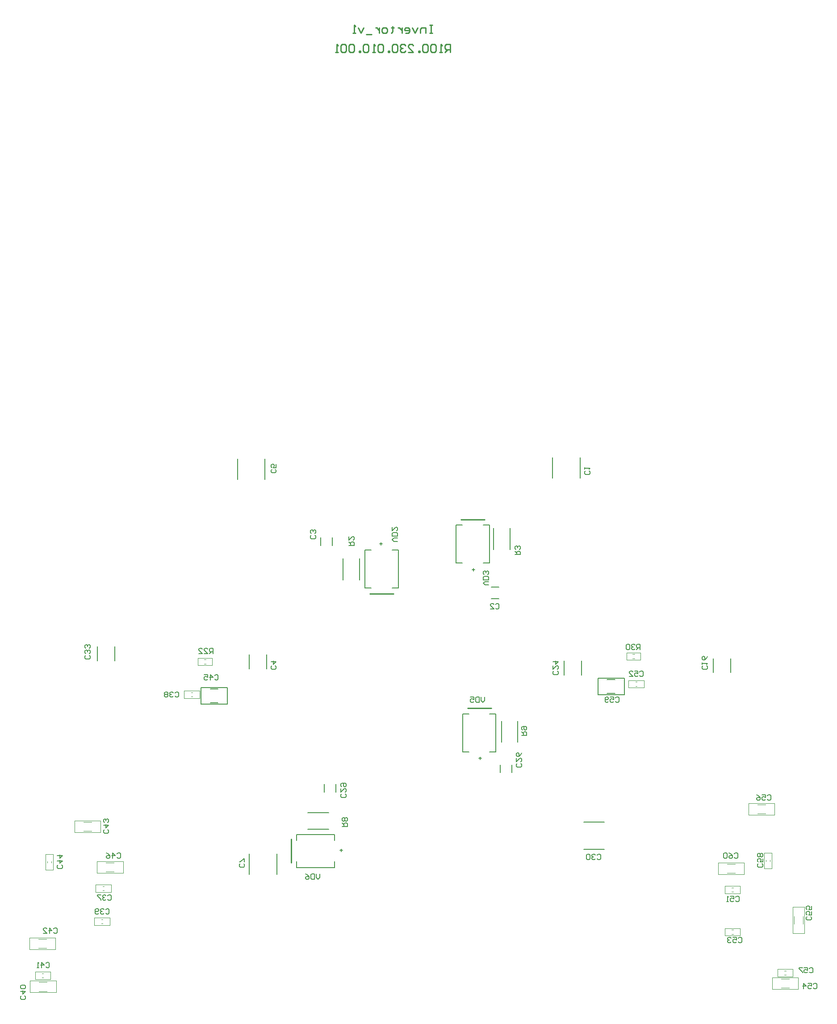
<source format=gbo>
G04 Layer_Color=32896*
%FSLAX24Y24*%
%MOIN*%
G70*
G01*
G75*
%ADD59C,0.0098*%
%ADD60C,0.0050*%
%ADD62C,0.0100*%
%ADD63C,0.0079*%
%ADD64C,0.0039*%
%ADD66C,0.0060*%
%ADD68C,0.0059*%
D59*
X32111Y77210D02*
X31914D01*
X32013D01*
Y76620D01*
X32111D01*
X31914D01*
X31619D02*
Y77013D01*
X31324D01*
X31225Y76915D01*
Y76620D01*
X31029Y77013D02*
X30832Y76620D01*
X30635Y77013D01*
X30143Y76620D02*
X30340D01*
X30438Y76718D01*
Y76915D01*
X30340Y77013D01*
X30143D01*
X30045Y76915D01*
Y76817D01*
X30438D01*
X29848Y77013D02*
Y76620D01*
Y76817D01*
X29749Y76915D01*
X29651Y77013D01*
X29553D01*
X29159Y77112D02*
Y77013D01*
X29258D01*
X29061D01*
X29159D01*
Y76718D01*
X29061Y76620D01*
X28667D02*
X28470D01*
X28372Y76718D01*
Y76915D01*
X28470Y77013D01*
X28667D01*
X28766Y76915D01*
Y76718D01*
X28667Y76620D01*
X28175Y77013D02*
Y76620D01*
Y76817D01*
X28077Y76915D01*
X27978Y77013D01*
X27880D01*
X27585Y76521D02*
X27191D01*
X26994Y77013D02*
X26798Y76620D01*
X26601Y77013D01*
X26404Y76620D02*
X26207D01*
X26306D01*
Y77210D01*
X26404Y77112D01*
X33465Y75177D02*
Y75768D01*
X33169D01*
X33071Y75669D01*
Y75472D01*
X33169Y75374D01*
X33465D01*
X33268D02*
X33071Y75177D01*
X32874D02*
X32677D01*
X32776D01*
Y75768D01*
X32874Y75669D01*
X32382D02*
X32284Y75768D01*
X32087D01*
X31989Y75669D01*
Y75276D01*
X32087Y75177D01*
X32284D01*
X32382Y75276D01*
Y75669D01*
X31792D02*
X31693Y75768D01*
X31497D01*
X31398Y75669D01*
Y75276D01*
X31497Y75177D01*
X31693D01*
X31792Y75276D01*
Y75669D01*
X31202Y75177D02*
Y75276D01*
X31103D01*
Y75177D01*
X31202D01*
X30316D02*
X30710D01*
X30316Y75571D01*
Y75669D01*
X30414Y75768D01*
X30611D01*
X30710Y75669D01*
X30119D02*
X30021Y75768D01*
X29824D01*
X29726Y75669D01*
Y75571D01*
X29824Y75472D01*
X29922D01*
X29824D01*
X29726Y75374D01*
Y75276D01*
X29824Y75177D01*
X30021D01*
X30119Y75276D01*
X29529Y75669D02*
X29430Y75768D01*
X29234D01*
X29135Y75669D01*
Y75276D01*
X29234Y75177D01*
X29430D01*
X29529Y75276D01*
Y75669D01*
X28938Y75177D02*
Y75276D01*
X28840D01*
Y75177D01*
X28938D01*
X28447Y75669D02*
X28348Y75768D01*
X28151D01*
X28053Y75669D01*
Y75276D01*
X28151Y75177D01*
X28348D01*
X28447Y75276D01*
Y75669D01*
X27856Y75177D02*
X27659D01*
X27758D01*
Y75768D01*
X27856Y75669D01*
X27364D02*
X27266Y75768D01*
X27069D01*
X26971Y75669D01*
Y75276D01*
X27069Y75177D01*
X27266D01*
X27364Y75276D01*
Y75669D01*
X26774Y75177D02*
Y75276D01*
X26675D01*
Y75177D01*
X26774D01*
X26282Y75669D02*
X26183Y75768D01*
X25987D01*
X25888Y75669D01*
Y75276D01*
X25987Y75177D01*
X26183D01*
X26282Y75276D01*
Y75669D01*
X25691D02*
X25593Y75768D01*
X25396D01*
X25298Y75669D01*
Y75276D01*
X25396Y75177D01*
X25593D01*
X25691Y75276D01*
Y75669D01*
X25101Y75177D02*
X24904D01*
X25003D01*
Y75768D01*
X25101Y75669D01*
D60*
X44498Y27234D02*
Y28465D01*
X46447D01*
Y27234D02*
Y28465D01*
X44498Y27234D02*
X46447D01*
X16821Y26555D02*
Y27785D01*
X14872Y26555D02*
X16821D01*
X14872D02*
Y27785D01*
X16821D01*
D62*
X21585Y14703D02*
Y16475D01*
X34744Y26250D02*
X36516D01*
X34252Y40325D02*
X36024D01*
X27461Y34774D02*
X29232D01*
D63*
X37278Y23720D02*
Y25295D01*
X38510Y23720D02*
Y25295D01*
X22835Y17199D02*
X24409D01*
X22835Y18431D02*
X24409D01*
X36687Y38091D02*
Y39665D01*
X37919Y38091D02*
Y39665D01*
X26699Y35827D02*
Y37402D01*
X25467Y35827D02*
Y37402D01*
X43425Y17756D02*
X44961D01*
X43425Y15709D02*
X44961D01*
X43150Y43425D02*
Y44961D01*
X41102Y43425D02*
Y44961D01*
X19626Y43327D02*
Y44862D01*
X17579Y43327D02*
Y44862D01*
X20512Y13848D02*
Y15384D01*
X18465Y13848D02*
Y15384D01*
X43268Y28701D02*
Y29764D01*
X41968Y28701D02*
Y29764D01*
X54390Y28898D02*
Y29961D01*
X53091Y28898D02*
Y29961D01*
X19744Y29193D02*
Y30256D01*
X18445Y29193D02*
Y30256D01*
X8425Y29783D02*
Y30846D01*
X7126Y29783D02*
Y30846D01*
X24941Y19980D02*
Y20571D01*
X24075Y19980D02*
Y20571D01*
X37187Y21435D02*
Y22026D01*
X38053Y21435D02*
Y22026D01*
X23780Y38376D02*
Y38967D01*
X24646Y38376D02*
Y38967D01*
X36516Y34409D02*
X37106D01*
X36516Y35276D02*
X37106D01*
X45177Y27343D02*
X45768D01*
X45177Y28366D02*
X45768D01*
X15551Y27677D02*
X16142D01*
X15551Y26654D02*
X16142D01*
X22008Y16829D02*
X24843D01*
X22008Y14349D02*
X24843D01*
Y16366D02*
Y16829D01*
X22008Y16366D02*
Y16829D01*
X24843Y14349D02*
Y14811D01*
X22008Y14349D02*
Y14811D01*
X36870Y22992D02*
Y25827D01*
X34390Y22992D02*
Y25827D01*
X36407Y22992D02*
X36870D01*
X36407Y25827D02*
X36870D01*
X34390Y22992D02*
X34852D01*
X34390Y25827D02*
X34852D01*
X36378Y37067D02*
Y39902D01*
X33898Y37067D02*
Y39902D01*
X35915Y37067D02*
X36378D01*
X35915Y39902D02*
X36378D01*
X33898Y37067D02*
X34360D01*
X33898Y39902D02*
X34360D01*
X27106Y35197D02*
Y38031D01*
X29587Y35197D02*
Y38031D01*
X27106D02*
X27569D01*
X27106Y35197D02*
X27569D01*
X29124Y38031D02*
X29587D01*
X29124Y35197D02*
X29587D01*
D64*
X15079Y29892D02*
X15118D01*
X15197D02*
X15236D01*
X15079Y29557D02*
X15236D01*
X15118Y29892D02*
X15197D01*
X15679Y29459D02*
Y29990D01*
X14636Y29459D02*
X15679D01*
X14636D02*
Y29990D01*
X15679D01*
X47067Y30285D02*
X47106D01*
X47185D02*
X47224D01*
X47067Y29951D02*
X47224D01*
X47106Y30285D02*
X47185D01*
X47667Y29852D02*
Y30384D01*
X46624Y29852D02*
X47667D01*
X46624D02*
Y30384D01*
X47667D01*
X2096Y5031D02*
X4045D01*
Y5897D01*
X2096D02*
X4045D01*
X2096Y5031D02*
Y5897D01*
X2776Y5798D02*
X3366D01*
X2776Y5129D02*
X3366D01*
X2057Y8259D02*
X4006D01*
Y9125D01*
X2057D02*
X4006D01*
X2057Y8259D02*
Y9125D01*
X2736Y9027D02*
X3327D01*
X2736Y8357D02*
X3327D01*
X7096Y14803D02*
X9045D01*
X7096Y13937D02*
Y14803D01*
Y13937D02*
X9045D01*
Y14803D01*
X7776Y14035D02*
X8366D01*
X7776Y14705D02*
X8366D01*
X57490Y6142D02*
X59439D01*
X57490Y5276D02*
Y6142D01*
Y5276D02*
X59439D01*
Y6142D01*
X58169Y5374D02*
X58760D01*
X58169Y6043D02*
X58760D01*
X59016Y9459D02*
Y11407D01*
Y9459D02*
X59882D01*
Y11407D01*
X59016D02*
X59882D01*
X59783Y10138D02*
Y10728D01*
X59114Y10138D02*
Y10728D01*
X55718Y19134D02*
X57667D01*
X55718Y18268D02*
Y19134D01*
Y18268D02*
X57667D01*
Y19134D01*
X56398Y18366D02*
X56988D01*
X56398Y19035D02*
X56988D01*
X53455Y14705D02*
X55404D01*
X53455Y13839D02*
Y14705D01*
Y13839D02*
X55404D01*
Y14705D01*
X54134Y13937D02*
X54724D01*
X54134Y14606D02*
X54724D01*
X5423Y17854D02*
X7372D01*
X5423Y16988D02*
Y17854D01*
Y16988D02*
X7372D01*
Y17854D01*
X6102Y17087D02*
X6693D01*
X6102Y17756D02*
X6693D01*
X7008Y13071D02*
X8150D01*
X7008Y12520D02*
Y13071D01*
Y12520D02*
X8150D01*
Y13071D01*
X7520Y12638D02*
X7638D01*
X7520Y12953D02*
X7638D01*
X13602Y26988D02*
X14744D01*
Y27539D01*
X13602D02*
X14744D01*
X13602Y26988D02*
Y27539D01*
X14114Y27421D02*
X14232D01*
X14114Y27106D02*
X14232D01*
X6909Y10610D02*
X8051D01*
X6909Y10059D02*
Y10610D01*
Y10059D02*
X8051D01*
Y10610D01*
X7421Y10177D02*
X7539D01*
X7421Y10492D02*
X7539D01*
X2480Y6024D02*
X3622D01*
Y6575D01*
X2480D02*
X3622D01*
X2480Y6024D02*
Y6575D01*
X2992Y6457D02*
X3110D01*
X2992Y6142D02*
X3110D01*
X3819Y14193D02*
Y15335D01*
X3268D02*
X3819D01*
X3268Y14193D02*
Y15335D01*
Y14193D02*
X3819D01*
X3386Y14705D02*
Y14823D01*
X3701Y14705D02*
Y14823D01*
X53957Y12972D02*
X55098D01*
X53957Y12421D02*
Y12972D01*
Y12421D02*
X55098D01*
Y12972D01*
X54468Y12539D02*
X54587D01*
X54468Y12854D02*
X54587D01*
X46772Y28327D02*
X47913D01*
X46772Y27776D02*
Y28327D01*
Y27776D02*
X47913D01*
Y28327D01*
X47283Y27894D02*
X47402D01*
X47283Y28209D02*
X47402D01*
X53957Y9823D02*
X55098D01*
X53957Y9272D02*
Y9823D01*
Y9272D02*
X55098D01*
Y9823D01*
X54468Y9390D02*
X54587D01*
X54468Y9705D02*
X54587D01*
X57894Y6772D02*
X59035D01*
X57894Y6220D02*
Y6772D01*
Y6220D02*
X59035D01*
Y6772D01*
X58406Y6339D02*
X58524D01*
X58406Y6654D02*
X58524D01*
X57461Y14291D02*
Y15433D01*
X56909D02*
X57461D01*
X56909Y14291D02*
Y15433D01*
Y14291D02*
X57461D01*
X57028Y14803D02*
Y14921D01*
X57343Y14803D02*
Y14921D01*
D66*
X25421Y15638D02*
X25221D01*
X25321Y15738D02*
Y15538D01*
X35679Y22414D02*
Y22614D01*
X35779Y22514D02*
X35579D01*
X35187Y36489D02*
Y36689D01*
X35287Y36589D02*
X35087D01*
X28297Y38610D02*
Y38410D01*
X28197Y38510D02*
X28397D01*
D68*
X18045Y14632D02*
X18110Y14567D01*
Y14436D01*
X18045Y14370D01*
X17782D01*
X17717Y14436D01*
Y14567D01*
X17782Y14632D01*
X18110Y14764D02*
Y15026D01*
X18045D01*
X17782Y14764D01*
X17717D01*
X20407Y44062D02*
X20472Y43996D01*
Y43865D01*
X20407Y43799D01*
X20144D01*
X20079Y43865D01*
Y43996D01*
X20144Y44062D01*
X20472Y44455D02*
Y44193D01*
X20276D01*
X20341Y44324D01*
Y44390D01*
X20276Y44455D01*
X20144D01*
X20079Y44390D01*
Y44258D01*
X20144Y44193D01*
X15879Y28674D02*
X15945Y28740D01*
X16076D01*
X16142Y28674D01*
Y28412D01*
X16076Y28346D01*
X15945D01*
X15879Y28412D01*
X15551Y28346D02*
Y28740D01*
X15748Y28543D01*
X15486D01*
X15092Y28740D02*
X15355D01*
Y28543D01*
X15223Y28609D01*
X15158D01*
X15092Y28543D01*
Y28412D01*
X15158Y28346D01*
X15289D01*
X15355Y28412D01*
X7907Y17192D02*
X7972Y17126D01*
Y16995D01*
X7907Y16929D01*
X7644D01*
X7579Y16995D01*
Y17126D01*
X7644Y17192D01*
X7579Y17519D02*
X7972D01*
X7776Y17323D01*
Y17585D01*
X7907Y17716D02*
X7972Y17782D01*
Y17913D01*
X7907Y17979D01*
X7841D01*
X7776Y17913D01*
Y17847D01*
Y17913D01*
X7710Y17979D01*
X7644D01*
X7579Y17913D01*
Y17782D01*
X7644Y17716D01*
X47638Y30610D02*
Y31004D01*
X47441D01*
X47375Y30938D01*
Y30807D01*
X47441Y30741D01*
X47638D01*
X47507D02*
X47375Y30610D01*
X47244Y30938D02*
X47179Y31004D01*
X47047D01*
X46982Y30938D01*
Y30873D01*
X47047Y30807D01*
X47113D01*
X47047D01*
X46982Y30741D01*
Y30676D01*
X47047Y30610D01*
X47179D01*
X47244Y30676D01*
X46851Y30938D02*
X46785Y31004D01*
X46654D01*
X46588Y30938D01*
Y30676D01*
X46654Y30610D01*
X46785D01*
X46851Y30676D01*
Y30938D01*
X15748Y30315D02*
Y30709D01*
X15551D01*
X15486Y30643D01*
Y30512D01*
X15551Y30446D01*
X15748D01*
X15617D02*
X15486Y30315D01*
X15092D02*
X15354D01*
X15092Y30577D01*
Y30643D01*
X15158Y30709D01*
X15289D01*
X15354Y30643D01*
X14698Y30315D02*
X14961D01*
X14698Y30577D01*
Y30643D01*
X14764Y30709D01*
X14895D01*
X14961Y30643D01*
X54659Y15387D02*
X54724Y15453D01*
X54856D01*
X54921Y15387D01*
Y15125D01*
X54856Y15059D01*
X54724D01*
X54659Y15125D01*
X54265Y15453D02*
X54397Y15387D01*
X54528Y15256D01*
Y15125D01*
X54462Y15059D01*
X54331D01*
X54265Y15125D01*
Y15190D01*
X54331Y15256D01*
X54528D01*
X54134Y15387D02*
X54069Y15453D01*
X53937D01*
X53872Y15387D01*
Y15125D01*
X53937Y15059D01*
X54069D01*
X54134Y15125D01*
Y15387D01*
X45801Y27001D02*
X45866Y27067D01*
X45997D01*
X46063Y27001D01*
Y26739D01*
X45997Y26673D01*
X45866D01*
X45801Y26739D01*
X45407Y27067D02*
X45669D01*
Y26870D01*
X45538Y26936D01*
X45473D01*
X45407Y26870D01*
Y26739D01*
X45473Y26673D01*
X45604D01*
X45669Y26739D01*
X45276D02*
X45210Y26673D01*
X45079D01*
X45013Y26739D01*
Y27001D01*
X45079Y27067D01*
X45210D01*
X45276Y27001D01*
Y26936D01*
X45210Y26870D01*
X45013D01*
X56726Y14632D02*
X56791Y14567D01*
Y14436D01*
X56726Y14370D01*
X56463D01*
X56398Y14436D01*
Y14567D01*
X56463Y14632D01*
X56791Y15026D02*
Y14764D01*
X56594D01*
X56660Y14895D01*
Y14960D01*
X56594Y15026D01*
X56463D01*
X56398Y14960D01*
Y14829D01*
X56463Y14764D01*
X56726Y15157D02*
X56791Y15223D01*
Y15354D01*
X56726Y15420D01*
X56660D01*
X56594Y15354D01*
X56529Y15420D01*
X56463D01*
X56398Y15354D01*
Y15223D01*
X56463Y15157D01*
X56529D01*
X56594Y15223D01*
X56660Y15157D01*
X56726D01*
X56594Y15223D02*
Y15354D01*
X60269Y6824D02*
X60335Y6890D01*
X60466D01*
X60532Y6824D01*
Y6562D01*
X60466Y6496D01*
X60335D01*
X60269Y6562D01*
X59876Y6890D02*
X60138D01*
Y6693D01*
X60007Y6758D01*
X59941D01*
X59876Y6693D01*
Y6562D01*
X59941Y6496D01*
X60072D01*
X60138Y6562D01*
X59744Y6890D02*
X59482D01*
Y6824D01*
X59744Y6562D01*
Y6496D01*
X57120Y19718D02*
X57185Y19783D01*
X57316D01*
X57382Y19718D01*
Y19455D01*
X57316Y19390D01*
X57185D01*
X57120Y19455D01*
X56726Y19783D02*
X56988D01*
Y19587D01*
X56857Y19652D01*
X56792D01*
X56726Y19587D01*
Y19455D01*
X56792Y19390D01*
X56923D01*
X56988Y19455D01*
X56332Y19783D02*
X56464Y19718D01*
X56595Y19587D01*
Y19455D01*
X56529Y19390D01*
X56398D01*
X56332Y19455D01*
Y19521D01*
X56398Y19587D01*
X56595D01*
X60367Y10695D02*
X60433Y10630D01*
Y10499D01*
X60367Y10433D01*
X60105D01*
X60039Y10499D01*
Y10630D01*
X60105Y10695D01*
X60433Y11089D02*
Y10827D01*
X60236D01*
X60302Y10958D01*
Y11023D01*
X60236Y11089D01*
X60105D01*
X60039Y11023D01*
Y10892D01*
X60105Y10827D01*
X60433Y11483D02*
Y11220D01*
X60236D01*
X60302Y11351D01*
Y11417D01*
X60236Y11483D01*
X60105D01*
X60039Y11417D01*
Y11286D01*
X60105Y11220D01*
X60564Y5643D02*
X60630Y5709D01*
X60761D01*
X60827Y5643D01*
Y5381D01*
X60761Y5315D01*
X60630D01*
X60564Y5381D01*
X60171Y5709D02*
X60433D01*
Y5512D01*
X60302Y5577D01*
X60236D01*
X60171Y5512D01*
Y5381D01*
X60236Y5315D01*
X60368D01*
X60433Y5381D01*
X59843Y5315D02*
Y5709D01*
X60040Y5512D01*
X59777D01*
X54954Y9088D02*
X55020Y9153D01*
X55151D01*
X55217Y9088D01*
Y8825D01*
X55151Y8760D01*
X55020D01*
X54954Y8825D01*
X54561Y9153D02*
X54823D01*
Y8957D01*
X54692Y9022D01*
X54626D01*
X54561Y8957D01*
Y8825D01*
X54626Y8760D01*
X54757D01*
X54823Y8825D01*
X54429Y9088D02*
X54364Y9153D01*
X54233D01*
X54167Y9088D01*
Y9022D01*
X54233Y8957D01*
X54298D01*
X54233D01*
X54167Y8891D01*
Y8825D01*
X54233Y8760D01*
X54364D01*
X54429Y8825D01*
X47608Y28935D02*
X47673Y29001D01*
X47805D01*
X47870Y28935D01*
Y28673D01*
X47805Y28607D01*
X47673D01*
X47608Y28673D01*
X47214Y29001D02*
X47477D01*
Y28804D01*
X47345Y28869D01*
X47280D01*
X47214Y28804D01*
Y28673D01*
X47280Y28607D01*
X47411D01*
X47477Y28673D01*
X46821Y28607D02*
X47083D01*
X46821Y28869D01*
Y28935D01*
X46886Y29001D01*
X47017D01*
X47083Y28935D01*
X54757Y12139D02*
X54823Y12205D01*
X54954D01*
X55020Y12139D01*
Y11877D01*
X54954Y11811D01*
X54823D01*
X54757Y11877D01*
X54364Y12205D02*
X54626D01*
Y12008D01*
X54495Y12073D01*
X54429D01*
X54364Y12008D01*
Y11877D01*
X54429Y11811D01*
X54561D01*
X54626Y11877D01*
X54233Y11811D02*
X54101D01*
X54167D01*
Y12205D01*
X54233Y12139D01*
X8596Y15367D02*
X8661Y15433D01*
X8793D01*
X8858Y15367D01*
Y15105D01*
X8793Y15039D01*
X8661D01*
X8596Y15105D01*
X8268Y15039D02*
Y15433D01*
X8465Y15236D01*
X8202D01*
X7809Y15433D02*
X7940Y15367D01*
X8071Y15236D01*
Y15105D01*
X8006Y15039D01*
X7874D01*
X7809Y15105D01*
Y15171D01*
X7874Y15236D01*
X8071D01*
X4462Y14534D02*
X4527Y14468D01*
Y14337D01*
X4462Y14272D01*
X4199D01*
X4134Y14337D01*
Y14468D01*
X4199Y14534D01*
X4134Y14862D02*
X4527D01*
X4331Y14665D01*
Y14928D01*
X4134Y15256D02*
X4527D01*
X4331Y15059D01*
Y15321D01*
X3871Y9777D02*
X3937Y9842D01*
X4068D01*
X4134Y9777D01*
Y9514D01*
X4068Y9449D01*
X3937D01*
X3871Y9514D01*
X3544Y9449D02*
Y9842D01*
X3740Y9646D01*
X3478D01*
X3084Y9449D02*
X3347D01*
X3084Y9711D01*
Y9777D01*
X3150Y9842D01*
X3281D01*
X3347Y9777D01*
X3281Y7218D02*
X3347Y7283D01*
X3478D01*
X3543Y7218D01*
Y6955D01*
X3478Y6890D01*
X3347D01*
X3281Y6955D01*
X2953Y6890D02*
Y7283D01*
X3150Y7087D01*
X2887D01*
X2756Y6890D02*
X2625D01*
X2691D01*
Y7283D01*
X2756Y7218D01*
X1706Y4790D02*
X1772Y4724D01*
Y4593D01*
X1706Y4528D01*
X1444D01*
X1378Y4593D01*
Y4724D01*
X1444Y4790D01*
X1378Y5118D02*
X1772D01*
X1575Y4921D01*
Y5184D01*
X1706Y5315D02*
X1772Y5380D01*
Y5511D01*
X1706Y5577D01*
X1444D01*
X1378Y5511D01*
Y5380D01*
X1444Y5315D01*
X1706D01*
X7746Y11213D02*
X7812Y11279D01*
X7943D01*
X8008Y11213D01*
Y10951D01*
X7943Y10885D01*
X7812D01*
X7746Y10951D01*
X7615Y11213D02*
X7549Y11279D01*
X7418D01*
X7352Y11213D01*
Y11148D01*
X7418Y11082D01*
X7484D01*
X7418D01*
X7352Y11016D01*
Y10951D01*
X7418Y10885D01*
X7549D01*
X7615Y10951D01*
X7221D02*
X7156Y10885D01*
X7024D01*
X6959Y10951D01*
Y11213D01*
X7024Y11279D01*
X7156D01*
X7221Y11213D01*
Y11148D01*
X7156Y11082D01*
X6959D01*
X12927Y27395D02*
X12992Y27460D01*
X13123D01*
X13189Y27395D01*
Y27133D01*
X13123Y27067D01*
X12992D01*
X12927Y27133D01*
X12795Y27395D02*
X12730Y27460D01*
X12599D01*
X12533Y27395D01*
Y27329D01*
X12599Y27264D01*
X12664D01*
X12599D01*
X12533Y27198D01*
Y27133D01*
X12599Y27067D01*
X12730D01*
X12795Y27133D01*
X12402Y27395D02*
X12336Y27460D01*
X12205D01*
X12139Y27395D01*
Y27329D01*
X12205Y27264D01*
X12139Y27198D01*
Y27133D01*
X12205Y27067D01*
X12336D01*
X12402Y27133D01*
Y27198D01*
X12336Y27264D01*
X12402Y27329D01*
Y27395D01*
X12336Y27264D02*
X12205D01*
X7907Y12237D02*
X7972Y12303D01*
X8104D01*
X8169Y12237D01*
Y11975D01*
X8104Y11909D01*
X7972D01*
X7907Y11975D01*
X7776Y12237D02*
X7710Y12303D01*
X7579D01*
X7513Y12237D01*
Y12172D01*
X7579Y12106D01*
X7645D01*
X7579D01*
X7513Y12041D01*
Y11975D01*
X7579Y11909D01*
X7710D01*
X7776Y11975D01*
X7382Y12303D02*
X7120D01*
Y12237D01*
X7382Y11975D01*
Y11909D01*
X6529Y30184D02*
X6594Y30118D01*
Y29987D01*
X6529Y29921D01*
X6266D01*
X6201Y29987D01*
Y30118D01*
X6266Y30184D01*
X6529Y30315D02*
X6594Y30380D01*
Y30512D01*
X6529Y30577D01*
X6463D01*
X6398Y30512D01*
Y30446D01*
Y30512D01*
X6332Y30577D01*
X6266D01*
X6201Y30512D01*
Y30380D01*
X6266Y30315D01*
X6529Y30708D02*
X6594Y30774D01*
Y30905D01*
X6529Y30971D01*
X6463D01*
X6398Y30905D01*
Y30840D01*
Y30905D01*
X6332Y30971D01*
X6266D01*
X6201Y30905D01*
Y30774D01*
X6266Y30708D01*
X43832Y43943D02*
X43898Y43878D01*
Y43747D01*
X43832Y43681D01*
X43570D01*
X43504Y43747D01*
Y43878D01*
X43570Y43943D01*
X43504Y44075D02*
Y44206D01*
Y44140D01*
X43898D01*
X43832Y44075D01*
X36844Y33989D02*
X36910Y34055D01*
X37041D01*
X37106Y33989D01*
Y33727D01*
X37041Y33661D01*
X36910D01*
X36844Y33727D01*
X36450Y33661D02*
X36713D01*
X36450Y33924D01*
Y33989D01*
X36516Y34055D01*
X36647D01*
X36713Y33989D01*
X23359Y39140D02*
X23425Y39075D01*
Y38944D01*
X23359Y38878D01*
X23097D01*
X23031Y38944D01*
Y39075D01*
X23097Y39140D01*
X23359Y39272D02*
X23425Y39337D01*
Y39468D01*
X23359Y39534D01*
X23294D01*
X23228Y39468D01*
Y39403D01*
Y39468D01*
X23163Y39534D01*
X23097D01*
X23031Y39468D01*
Y39337D01*
X23097Y39272D01*
X20407Y29396D02*
X20472Y29331D01*
Y29199D01*
X20407Y29134D01*
X20144D01*
X20079Y29199D01*
Y29331D01*
X20144Y29396D01*
X20079Y29724D02*
X20472D01*
X20276Y29527D01*
Y29790D01*
X52592Y29396D02*
X52657Y29331D01*
Y29199D01*
X52592Y29134D01*
X52329D01*
X52264Y29199D01*
Y29331D01*
X52329Y29396D01*
X52264Y29527D02*
Y29659D01*
Y29593D01*
X52657D01*
X52592Y29527D01*
X52657Y30118D02*
X52592Y29987D01*
X52461Y29855D01*
X52329D01*
X52264Y29921D01*
Y30052D01*
X52329Y30118D01*
X52395D01*
X52461Y30052D01*
Y29855D01*
X41470Y29003D02*
X41535Y28937D01*
Y28806D01*
X41470Y28740D01*
X41207D01*
X41142Y28806D01*
Y28937D01*
X41207Y29003D01*
X41142Y29396D02*
Y29134D01*
X41404Y29396D01*
X41470D01*
X41535Y29331D01*
Y29199D01*
X41470Y29134D01*
X41142Y29724D02*
X41535D01*
X41339Y29527D01*
Y29790D01*
X38714Y22113D02*
X38779Y22047D01*
Y21916D01*
X38714Y21850D01*
X38451D01*
X38386Y21916D01*
Y22047D01*
X38451Y22113D01*
X38386Y22506D02*
Y22244D01*
X38648Y22506D01*
X38714D01*
X38779Y22441D01*
Y22310D01*
X38714Y22244D01*
X38779Y22900D02*
X38714Y22769D01*
X38583Y22638D01*
X38451D01*
X38386Y22703D01*
Y22834D01*
X38451Y22900D01*
X38517D01*
X38583Y22834D01*
Y22638D01*
X25623Y19849D02*
X25689Y19783D01*
Y19652D01*
X25623Y19587D01*
X25361D01*
X25295Y19652D01*
Y19783D01*
X25361Y19849D01*
X25295Y20243D02*
Y19980D01*
X25558Y20243D01*
X25623D01*
X25689Y20177D01*
Y20046D01*
X25623Y19980D01*
X25361Y20374D02*
X25295Y20439D01*
Y20571D01*
X25361Y20636D01*
X25623D01*
X25689Y20571D01*
Y20439D01*
X25623Y20374D01*
X25558D01*
X25492Y20439D01*
Y20636D01*
X44423Y15289D02*
X44488Y15354D01*
X44619D01*
X44685Y15289D01*
Y15026D01*
X44619Y14961D01*
X44488D01*
X44423Y15026D01*
X44291Y15289D02*
X44226Y15354D01*
X44095D01*
X44029Y15289D01*
Y15223D01*
X44095Y15157D01*
X44160D01*
X44095D01*
X44029Y15092D01*
Y15026D01*
X44095Y14961D01*
X44226D01*
X44291Y15026D01*
X43898Y15289D02*
X43832Y15354D01*
X43701D01*
X43636Y15289D01*
Y15026D01*
X43701Y14961D01*
X43832D01*
X43898Y15026D01*
Y15289D01*
X25886Y38386D02*
X26279D01*
Y38583D01*
X26214Y38648D01*
X26083D01*
X26017Y38583D01*
Y38386D01*
Y38517D02*
X25886Y38648D01*
Y39042D02*
Y38779D01*
X26148Y39042D01*
X26214D01*
X26279Y38976D01*
Y38845D01*
X26214Y38779D01*
X38287Y37697D02*
X38681D01*
Y37894D01*
X38615Y37959D01*
X38484D01*
X38419Y37894D01*
Y37697D01*
Y37828D02*
X38287Y37959D01*
X38615Y38090D02*
X38681Y38156D01*
Y38287D01*
X38615Y38353D01*
X38550D01*
X38484Y38287D01*
Y38222D01*
Y38287D01*
X38419Y38353D01*
X38353D01*
X38287Y38287D01*
Y38156D01*
X38353Y38090D01*
X25394Y17421D02*
X25787D01*
Y17618D01*
X25722Y17684D01*
X25590D01*
X25525Y17618D01*
Y17421D01*
Y17552D02*
X25394Y17684D01*
X25722Y17815D02*
X25787Y17880D01*
Y18012D01*
X25722Y18077D01*
X25656D01*
X25590Y18012D01*
X25525Y18077D01*
X25459D01*
X25394Y18012D01*
Y17880D01*
X25459Y17815D01*
X25525D01*
X25590Y17880D01*
X25656Y17815D01*
X25722D01*
X25590Y17880D02*
Y18012D01*
X38780Y24213D02*
X39173D01*
Y24409D01*
X39108Y24475D01*
X38976D01*
X38911Y24409D01*
Y24213D01*
Y24344D02*
X38780Y24475D01*
X38845Y24606D02*
X38780Y24672D01*
Y24803D01*
X38845Y24869D01*
X39108D01*
X39173Y24803D01*
Y24672D01*
X39108Y24606D01*
X39042D01*
X38976Y24672D01*
Y24869D01*
X29527Y38681D02*
X29265D01*
X29134Y38812D01*
X29265Y38943D01*
X29527D01*
Y39075D02*
X29134D01*
Y39271D01*
X29199Y39337D01*
X29462D01*
X29527Y39271D01*
Y39075D01*
X29134Y39731D02*
Y39468D01*
X29396Y39731D01*
X29462D01*
X29527Y39665D01*
Y39534D01*
X29462Y39468D01*
X36319Y35433D02*
X36056D01*
X35925Y35564D01*
X36056Y35695D01*
X36319D01*
Y35827D02*
X35925D01*
Y36023D01*
X35991Y36089D01*
X36253D01*
X36319Y36023D01*
Y35827D01*
X36253Y36220D02*
X36319Y36286D01*
Y36417D01*
X36253Y36483D01*
X36188D01*
X36122Y36417D01*
Y36351D01*
Y36417D01*
X36056Y36483D01*
X35991D01*
X35925Y36417D01*
Y36286D01*
X35991Y36220D01*
X36024Y27067D02*
Y26804D01*
X35892Y26673D01*
X35761Y26804D01*
Y27067D01*
X35630D02*
Y26673D01*
X35433D01*
X35368Y26739D01*
Y27001D01*
X35433Y27067D01*
X35630D01*
X34974D02*
X35236D01*
Y26870D01*
X35105Y26936D01*
X35040D01*
X34974Y26870D01*
Y26739D01*
X35040Y26673D01*
X35171D01*
X35236Y26739D01*
X23720Y13878D02*
Y13615D01*
X23589Y13484D01*
X23458Y13615D01*
Y13878D01*
X23327D02*
Y13484D01*
X23130D01*
X23065Y13550D01*
Y13812D01*
X23130Y13878D01*
X23327D01*
X22671D02*
X22802Y13812D01*
X22933Y13681D01*
Y13550D01*
X22868Y13484D01*
X22737D01*
X22671Y13550D01*
Y13615D01*
X22737Y13681D01*
X22933D01*
M02*

</source>
